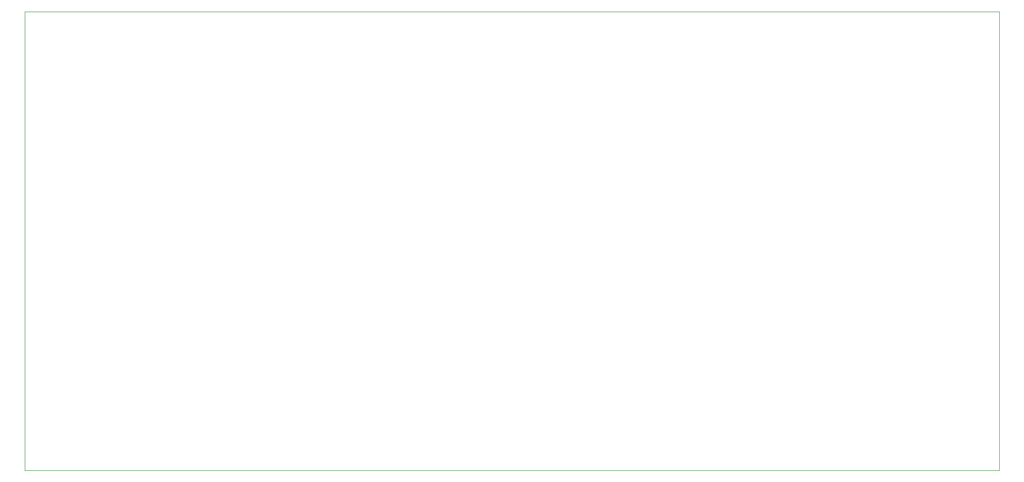
<source format=gbr>
%TF.GenerationSoftware,KiCad,Pcbnew,8.0.3*%
%TF.CreationDate,2024-08-04T18:58:25-04:00*%
%TF.ProjectId,UMTK,554d544b-2e6b-4696-9361-645f70636258,rev?*%
%TF.SameCoordinates,Original*%
%TF.FileFunction,Profile,NP*%
%FSLAX46Y46*%
G04 Gerber Fmt 4.6, Leading zero omitted, Abs format (unit mm)*
G04 Created by KiCad (PCBNEW 8.0.3) date 2024-08-04 18:58:25*
%MOMM*%
%LPD*%
G01*
G04 APERTURE LIST*
%TA.AperFunction,Profile*%
%ADD10C,0.050000*%
%TD*%
G04 APERTURE END LIST*
D10*
X190000000Y-20000000D02*
X190000000Y-100000000D01*
X20000000Y-100000000D02*
X20000000Y-20000000D01*
X190000000Y-100000000D02*
X20000000Y-100000000D01*
X20000000Y-20000000D02*
X190000000Y-20000000D01*
M02*

</source>
